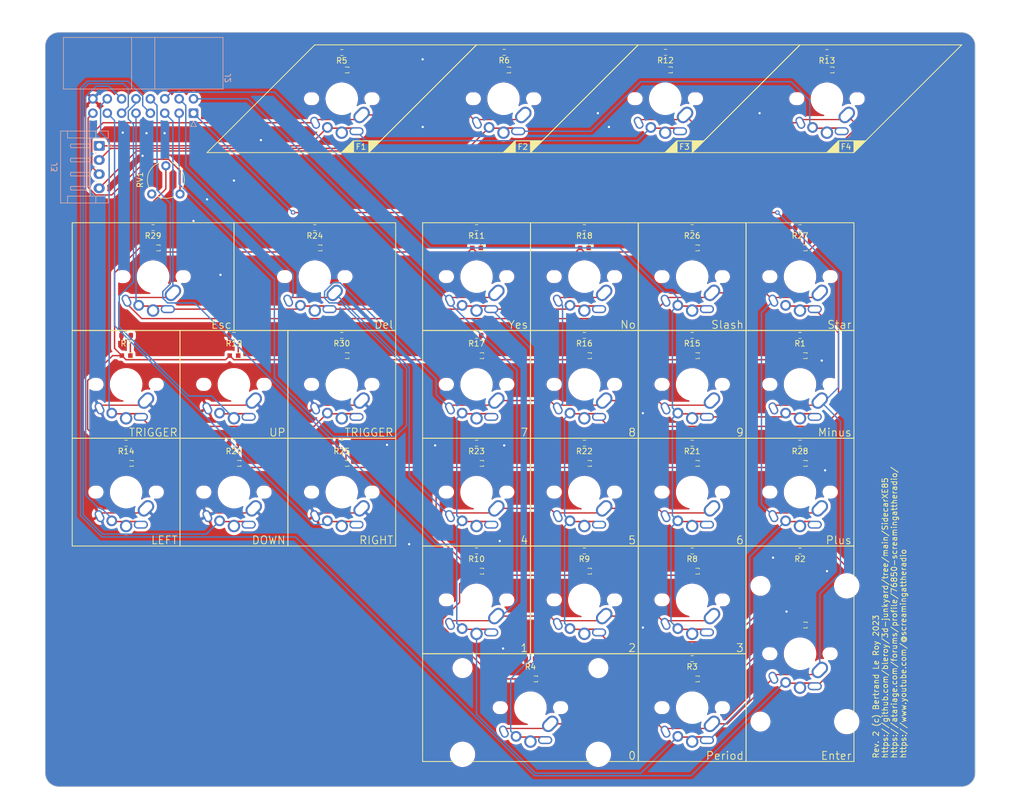
<source format=kicad_pcb>
(kicad_pcb (version 20221018) (generator pcbnew)
  (title_block (title "Sidecar XE85 Keyboard") (date "2023-04-23") (rev "Rev. 2") (company "Decent Consulting"))
  (layers (0 "F.Cu" signal) (31 "B.Cu" signal) (34 "B.Paste" user) (35 "F.Paste" user) (36 "B.SilkS" user "B.Silkscreen") (37 "F.SilkS" user "F.Silkscreen") (38 "B.Mask" user) (39 "F.Mask" user) (44 "Edge.Cuts" user))
  (net 0 "")
  (net 1 "COL1")
  (net 2 "COL2")
  (net 3 "COL3")
  (net 4 "COL4")
  (net 5 "COL5")
  (net 6 "ROW1")
  (net 7 "ROW2")
  (net 8 "ROW3")
  (net 9 "ROW4")
  (net 10 "UP")
  (net 11 "DOWN")
  (net 12 "LEFT")
  (net 13 "RIGHT")
  (net 14 "TRIGGER")
  (net 15 "5V")
  (net 16 "GND")
  (net 17 "F_ROW1")
  (net 18 "F_ROW2")
  (net 19 "F_COL1")
  (net 20 "F_COL2")
  (net 21 "Net-(SW1-K)")
  (net 22 "Net-(SW2-K)")
  (net 23 "Net-(SW3-K)")
  (net 24 "Net-(SW4-K)")
  (net 25 "Net-(SW6-K)")
  (net 26 "Net-(SW7-K)")
  (net 27 "Net-(SW8-K)")
  (net 28 "Net-(SW9-K)")
  (net 29 "Net-(SW10-K)")
  (net 30 "Net-(SW11-K)")
  (net 31 "Net-(SW13-K)")
  (net 32 "Net-(SW14-K)")
  (net 33 "Net-(SW15-K)")
  (net 34 "Net-(SW16-K)")
  (net 35 "Net-(SW17-K)")
  (net 36 "Net-(SW18-K)")
  (net 37 "Net-(SW19-K)")
  (net 38 "Net-(SW20-K)")
  (net 39 "Net-(SW21-K)")
  (net 40 "Net-(SW22-K)")
  (net 41 "Net-(SW23-K)")
  (net 42 "Net-(SW24-K)")
  (net 43 "Net-(SW25-K)")
  (net 44 "Net-(SW26-K)")
  (net 45 "Net-(SW27-K)")
  (net 46 "Net-(SW28-K)")
  (net 47 "Net-(SW29-K)")
  (net 48 "VA")
  (net 50 "Net-(SW5-K)")
  (net 51 "Net-(SW30-K)")
  (net 52 "Net-(SW12-K)")
  (footprint "Resistor_SMD:R_0603_1608Metric" (layer "F.Cu") (at 104.9 32.1 180)
    (fp_text reference "R6")
    (fp_text value "100")
  )
  (footprint "Library:MX-1-00U-LED" (layer "F.Cu") (at 138.1125 123.825)
    (fp_text reference "SW8")
    (fp_text value "3")
  )
  (footprint "Resistor_SMD:R_0603_1608Metric" (layer "F.Cu") (at 157.1625 101.203125 180)
    (fp_text reference "R28")
    (fp_text value "100")
  )
  (footprint "Resistor_SMD:R_0603_1608Metric" (layer "F.Cu") (at 100.0125 63.103125 180)
    (fp_text reference "R11")
    (fp_text value "100")
  )
  (footprint "Resistor_SMD:R_0603_1608Metric" (layer "F.Cu") (at 71.4375 63.103125 180)
    (fp_text reference "R24")
    (fp_text value "100")
  )
  (footprint "Library:ScreamingAtTheRadio" (layer "F.Cu") (at 41 150)
    (fp_text reference "G***" hide)
    (fp_text value "LOGO" hide)
  )
  (footprint "Library:MX-1-50U-Atari-Fn-LED" (layer "F.Cu") (at 76.2 35.225)
    (fp_text reference "SW5")
    (fp_text value "F1")
  )
  (footprint "Resistor_SMD:R_0603_1608Metric" (layer "F.Cu") (at 119.0625 82.153125 180)
    (fp_text reference "R16")
    (fp_text value "100")
  )
  (footprint "Library:MX-1-00U-LED" (layer "F.Cu") (at 100.0125 104.775)
    (fp_text reference "SW23")
    (fp_text value "4")
  )
  (footprint "Library:MX-2-00U-LED" (layer "F.Cu") (at 109.5375 142.875)
    (fp_text reference "SW4")
    (fp_text value "0")
  )
  (footprint "Library:MX-1-00U-LED" (layer "F.Cu") (at 100.0125 66.675)
    (fp_text reference "SW11")
    (fp_text value "Yes")
  )
  (footprint "Resistor_SMD:R_0603_1608Metric" (layer "F.Cu") (at 100.0125 82.153125 180)
    (fp_text reference "R17")
    (fp_text value "100")
  )
  (footprint "Resistor_SMD:R_0603_1608Metric" (layer "F.Cu") (at 38.1 101.203125 180)
    (fp_text reference "R14")
    (fp_text value "100")
  )
  (footprint "Library:MX-1-00U-LED" (layer "F.Cu") (at 157.1625 66.675)
    (fp_text reference "SW27")
    (fp_text value "Star")
  )
  (footprint "Resistor_SMD:R_0603_1608Metric" (layer "F.Cu") (at 57.15 101.203125 180)
    (fp_text reference "R20")
    (fp_text value "100")
  )
  (footprint "Resistor_SMD:R_0603_1608Metric" (layer "F.Cu") (at 57.15 82.153125 180)
    (fp_text reference "R19")
    (fp_text value "100")
  )
  (footprint "Resistor_SMD:R_0603_1608Metric" (layer "F.Cu") (at 157.1625 82.153125 180)
    (fp_text reference "R1")
    (fp_text value "100")
  )
  (footprint "Library:MX-1-00U-LED" (layer "F.Cu") (at 119.0625 66.675)
    (fp_text reference "SW18")
    (fp_text value "No")
  )
  (footprint "Library:MX-1-00U-LED" (layer "F.Cu") (at 76.2 85.725)
    (fp_text reference "SW30")
    (fp_text value "TRIGGER")
  )
  (footprint "Library:MX-1-50U-Atari-Fn-LED" (layer "F.Cu") (at 133.35 35.225)
    (fp_text reference "SW6")
    (fp_text value "F3")
  )
  (footprint "Library:MX-1-00U-LED" (layer "F.Cu") (at 119.0625 123.825)
    (fp_text reference "SW9")
    (fp_text value "2")
  )
  (footprint "Library:MX-1-00U-LED" (layer "F.Cu") (at 119.0625 85.725)
    (fp_text reference "SW16")
    (fp_text value "8")
  )
  (footprint "Resistor_SMD:R_0603_1608Metric" (layer "F.Cu") (at 42.8625 63.103125 180)
    (fp_text reference "R29")
    (fp_text value "100")
  )
  (footprint "Library:MX-2-00U-VERT-LED" (layer "F.Cu") (at 157.1625 133.35)
    (fp_text reference "SW2")
    (fp_text value "Enter")
  )
  (footprint "Resistor_SMD:R_0603_1608Metric" (layer "F.Cu") (at 76.2 101.203125 180)
    (fp_text reference "R25")
    (fp_text value "100")
  )
  (footprint "Resistor_SMD:R_0603_1608Metric" (layer "F.Cu") (at 138.1125 101.203125 180)
    (fp_text reference "R21")
    (fp_text value "100")
  )
  (footprint "Symbol:KiCad-Logo2_6mm_Copper" (layer "F.Cu") (at 65 152.1)
    (fp_text reference "REF**" hide)
    (fp_text value "KiCad-Logo2_6mm_Copper" hide)
  )
  (footprint "Resistor_SMD:R_0603_1608Metric" (layer "F.Cu") (at 38.1 82.153125 180)
    (fp_text reference "R7")
    (fp_text value "100")
  )
  (footprint "Resistor_SMD:R_0603_1608Metric" (layer "F.Cu") (at 133.4 32.1 180)
    (fp_text reference "R12")
    (fp_text value "100")
  )
  (footprint "Resistor_SMD:R_0603_1608Metric" (layer "F.Cu") (at 161.925 32.146875 180)
    (fp_text reference "R13")
    (fp_text value "100")
  )
  (footprint "Library:MX-1-00U-LED" (layer "F.Cu") (at 138.1125 85.725)
    (fp_text reference "SW15")
    (fp_text value "9")
  )
  (footprint "Resistor_SMD:R_0603_1608Metric" (layer "F.Cu") (at 100.0125 120.253125 180)
    (fp_text reference "R10")
    (fp_text value "100")
  )
  (footprint "Library:MX-1-00U-LED" (layer "F.Cu") (at 138.1125 142.875)
    (fp_text reference "SW3")
    (fp_text value "Period")
  )
  (footprint "Library:MX-1-50U-Atari-Fn-LED" (layer "F.Cu") (at 161.925 35.225)
    (fp_text reference "SW13")
    (fp_text value "F4")
  )
  (footprint "Library:MX-1-50U-LED" (layer "F.Cu") (at 42.8625 66.675)
    (fp_text reference "SW29")
    (fp_text value "Esc")
  )
  (footprint "Library:MX-1-50U-LED" (layer "F.Cu") (at 71.4375 66.675)
    (fp_text reference "SW24")
    (fp_text value "Del")
  )
  (footprint "Resistor_SMD:R_0603_1608Metric" (layer "F.Cu") (at 100.0125 101.203125 180)
    (fp_text reference "R23")
    (fp_text value "100")
  )
  (footprint "Resistor_SMD:R_0603_1608Metric" (layer "F.Cu") (at 157.1625 63.103125 180)
    (fp_text reference "R27")
    (fp_text value "100")
  )
  (footprint "Resistor_SMD:R_0603_1608Metric" (layer "F.Cu") (at 138.1125 120.253125 180)
    (fp_text reference "R8")
    (fp_text value "100")
  )
  (footprint "Resistor_SMD:R_0603_1608Metric" (layer "F.Cu") (at 119.0625 101.203125 180)
    (fp_text reference "R22")
    (fp_text value "100")
  )
  (footprint "Resistor_SMD:R_0603_1608Metric" (layer "F.Cu") (at 76.2 32.146875 180)
    (fp_text reference "R5")
    (fp_text value "100")
  )
  (footprint "Library:MX-1-00U-LED" (layer "F.Cu") (at 138.1125 66.675)
    (fp_text reference "SW26")
    (fp_text value "Slash")
  )
  (footprint "Resistor_SMD:R_0603_1608Metric" (layer "F.Cu") (at 138.1125 139.303125 180)
    (fp_text reference "R3")
    (fp_text value "100")
  )
  (footprint "Library:MX-1-00U-LED" (layer "F.Cu") (at 57.15 104.775)
    (fp_text reference "SW20")
    (fp_text value "DOWN")
  )
  (footprint "Resistor_SMD:R_0603_1608Metric" (layer "F.Cu") (at 76.2 82.153125 180)
    (fp_text reference "R30")
    (fp_text value "100")
  )
  (footprint "Resistor_SMD:R_0603_1608Metric" (layer "F.Cu") (at 138.1125 63.103125 180)
    (fp_text reference "R26")
    (fp_text value "100")
  )
  (footprint "Library:MX-1-00U-LED" (layer "F.Cu") (at 100.0125 85.725)
    (fp_text reference "SW17")
    (fp_text value "7")
  )
  (footprint "Library:MX-1-00U-LED" (layer "F.Cu") (at 138.1125 104.775)
    (fp_text reference "SW21")
    (fp_text value "6")
  )
  (footprint "Resistor_SMD:R_0603_1608Metric" (layer "F.Cu") (at 119.0625 63.103125 180)
    (fp_text reference "R18")
    (fp_text value "100")
  )
  (footprint "Library:MX-1-00U-LED" (layer "F.Cu") (at 38.1 85.725)
    (fp_text reference "SW7")
    (fp_text value "TRIGGER")
  )
  (footprint "Library:MX-1-00U-LED" (layer "F.Cu") (at 119.0625 104.775)
    (fp_text reference "SW22")
    (fp_text value "5")
  )
  (footprint "Library:MX-1-00U-LED" (layer "F.Cu") (at 76.2 104.775)
    (fp_text reference "SW25")
    (fp_text value "RIGHT")
  )
  (footprint "Library:MX-1-50U-Atari-Fn-LED" (layer "F.Cu") (at 104.775 35.225)
    (fp_text reference "SW12")
    (fp_text value "F2")
  )
  (footprint "Library:MX-1-00U-LED" (layer "F.Cu") (at 57.15 85.725)
    (fp_text reference "SW19")
    (fp_text value "UP")
  )
  (footprint "Library:MX-1-00U-LED" (layer "F.Cu") (at 157.1625 85.725)
    (fp_text reference "SW1")
    (fp_text value "Minus")
  )
  (footprint "Resistor_SMD:R_0603_1608Metric" (layer "F.Cu") (at 157.1625 120.253125 180)
    (fp_text reference "R2")
    (fp_text value "100")
  )
  (footprint "Potentiometer_THT:Potentiometer_Piher_PT-6-V_Vertical" (layer "F.Cu") (at 47.625 57.15 90)
    (fp_text reference "RV1")
    (fp_text value "2k")
  )
  (footprint "Library:MX-1-00U-LED" (layer "F.Cu") (at 157.1625 104.775)
    (fp_text reference "SW28")
    (fp_text value "Plus")
  )
  (footprint "Symbol:OSHW-Logo2_9.8x8mm_Copper" (layer "F.Cu") (at 82 153)
    (fp_text reference "REF**" hide)
    (fp_text value "OSHW-Logo2_9.8x8mm_Copper" hide)
  )
  (footprint "LOGO" (layer "F.Cu") (at 135.15 54.5875)
    (fp_text reference "G***" hide)
    (fp_text value "LOGO" hide)
  )
  (footprint "Library:MX-1-00U-LED" (layer "F.Cu") (at 100.0125 123.825)
    (fp_text reference "SW10")
    (fp_text value "1")
  )
  (footprint "Resistor_SMD:R_0603_1608Metric" (layer "F.Cu") (at 109.5375 139.303125 180)
    (fp_text reference "R4")
    (fp_text value "100")
  )
  (footprint "Resistor_SMD:R_0603_1608Metric" (layer "F.Cu") (at 138.1125 82.153125 180)
    (fp_text reference "R15")
    (fp_text value "100")
  )
  (footprint "Resistor_SMD:R_0603_1608Metric" (layer "F.Cu") (at 119.0625 120.253125 180)
    (fp_text reference "R9")
    (fp_text value "100")
  )
  (footprint "Library:MX-1-00U-LED" (layer "F.Cu") (at 38.1 104.775)
    (fp_text reference "SW14")
    (fp_text value "LEFT")
  )
  (footprint "Connector_IDC:IDC-Header_2x08_P2.54mm_Horizontal" (layer "B.Cu") (at 50.00625 42.8625 90)
    (fp_text reference "J2")
    (fp_text value "Conn_02x08_Odd_Even")
  )
  (footprint "Connector_JST:JST_EH_S4B-EH_1x04_P2.50mm_Horizontal" (layer "B.Cu") (at 33.3375 48.6375 -90)
    (fp_text reference "J3")
    (fp_text value "Conn_01x04")
  )
  (gr_line (start 185.7375 161.925) (end 26.19375 161.925) (stroke (width 0.1)) (layer "Edge.Cuts"))
  (gr_line (start 185.7375 28.575) (end 26.19375 28.575) (stroke (width 0.1)) (layer "Edge.Cuts"))
  (gr_line (start 188.11875 30.95625) (end 188.11875 159.54375) (stroke (width 0.1)) (layer "Edge.Cuts"))
  (gr_arc (start 26.19375 161.925) (mid 24.509952 161.227548) (end 23.8125 159.54375) (stroke (width 0.1)) (layer "Edge.Cuts"))
  (gr_arc (start 185.7375 28.575) (mid 187.421298 29.272452) (end 188.11875 30.95625) (stroke (width 0.1)) (layer "Edge.Cuts"))
  (gr_line (start 23.8125 159.54375) (end 23.8125 30.95625) (stroke (width 0.1)) (layer "Edge.Cuts"))
  (gr_arc (start 23.8125 30.95625) (mid 24.509952 29.272452) (end 26.19375 28.575) (stroke (width 0.1)) (layer "Edge.Cuts"))
  (gr_arc (start 188.11875 159.54375) (mid 187.421298 161.227548) (end 185.7375 161.925) (stroke (width 0.1)) (layer "Edge.Cuts"))
  (gr_text "Rev. 2 (c) Bertrand Le Roy 2023\nhttps://github.com/bleroy/3d-junkyard/tree/main/SidecarXE85\nhttps://atariage.com/forums/profile/76850-screamingattheradio/\nhttps://www.youtube.com/@screamingattheradio" (at 173 157 90) (layer "F.SilkS") (effects (font (size 1 1)) (justify left)))
  (segment (start 67.629689 60.429689) (end 67.6 60.4) (width 0.25) (layer "F.Cu") (net 1))
  (segment (start 141.6125 150.825) (end 144.3175 150.825) (width 0.25) (layer "F.Cu") (net 1))
  (segment (start 144.3175 150.825) (end 152.4625 142.68) (width 0.25) (layer "F.Cu") (net 1))
  (segment (start 153.170311 60.429689) (end 67.629689 60.429689) (width 0.25) (layer "F.Cu") (net 1))
  (segment (start 132.0325 150.825) (end 133.4125 152.205) (width 0.25) (layer "F.Cu") (net 1))
  (segment (start 113.0375 150.825) (end 132.0325 150.825) (width 0.25) (layer "F.Cu") (net 1))
  (via (at 153.170311 60.429689) (size 0.8) (drill 0.4) (layers "F.Cu" "B.Cu") (net 1))
  (via (at 67.6 60.4) (size 0.8) (drill 0.4) (layers "F.Cu" "B.Cu") (net 1))
  (segment (start 153.170311 60.429689) (end 163.9675 71.226878) (width 0.25) (layer "B.Cu") (net 1))
  (segment (start 164.30625 124.191119) (end 164.30625 97.31875) (width 0.25) (layer "B.Cu") (net 1))
  (segment (start 164.30625 97.31875) (end 160.6625 93.675) (width 0.25) (layer "B.Cu") (net 1))
  (segment (start 160.6625 141.3) (end 160.6625 127.834869) (width 0.25) (layer "B.Cu") (net 1))
  (segment (start 163.9675 71.226878) (end 163.9675 91.333122) (width 0.25) (layer "B.Cu") (net 1))
  (segment (start 67.54375 60.4) (end 67.6 60.4) (width 0.25) (layer "B.Cu") (net 1))
  (segment (start 160.6625 127.834869) (end 164.30625 124.191119) (width 0.25) (layer "B.Cu") (net 1))
  (segment (start 163.9675 91.333122) (end 161.625622 93.675) (width 0.25) (layer "B.Cu") (net 1))
  (segment (start 50.00625 42.8625) (end 67.54375 60.4) (width 0.25) (layer "B.Cu") (net 1))
  (segment (start 103.5125 131.775) (end 112.9825 131.775) (width 0.25) (layer "F.Cu") (net 2))
  (segment (start 112.9825 131.775) (end 114.3625 133.155) (width 0.25) (layer "F.Cu") (net 2))
  (segment (start 122.5625 131.775) (end 132.0325 131.775) (width 0.25) (layer "F.Cu") (net 2))
  (segment (start 132.0325 131.775) (end 133.4125 133.155) (width 0.25) (layer "F.Cu") (net 2))
  (segment (start 59.63 40.3225) (end 95.3125 76.005) (width 0.25) (layer "B.Cu") (net 2))
  (segment (start 50.00625 40.3225) (end 59.63 40.3225) (width 0.25) (layer "B.Cu") (net 2))
  (segment (start 107.15625 129.127697) (end 107.15625 88.321873) (width 0.25) (layer "B.Cu") (net 2))
  (segment (start 107.15625 88.321873) (end 95.3125 76.478123) (width 0.25) (layer "B.Cu") (net 2))
  (segment (start 104.508947 131.775) (end 107.15625 129.127697) (width 0.25) (layer "B.Cu") (net 2))
  (segment (start 103.5125 93.675) (end 112.9825 93.675) (width 0.25) (layer "F.Cu") (net 3))
  (segment (start 112.9825 93.675) (end 114.3625 95.055) (width 0.25) (layer "F.Cu") (net 3))
  (segment (start 122.5625 93.675) (end 132.0325 93.675) (width 0.25) (layer "F.Cu") (net 3))
  (segment (start 132.0325 93.675) (end 133.4125 95.055) (width 0.25) (layer "F.Cu") (net 3))
  (segment (start 73.158947 75.568807) (end 73.158947 74.388299) (width 0.25) (layer "B.Cu") (net 3))
  (segment (start 47.46625 55.386117) (end 64.29375 72.213617) (width 0.25) (layer "B.Cu") (net 3))
  (segment (start 64.29375 72.213617) (end 64.29375 89.609735) (width 0.25) (layer "B.Cu") (net 3))
  (segment (start 73.993693 76.403553) (end 73.158947 75.568807) (width 0.25) (layer "B.Cu") (net 3))
  (segment (start 74.700799 72.846447) (end 75.881307 72.846447) (width 0.25) (layer "B.Cu") (net 3))
  (segment (start 47.46625 42.8625) (end 47.46625 55.386117) (width 0.25) (layer "B.Cu") (net 3))
  (segment (start 87.65625 98.08125) (end 87.65625 87.980146) (width 0.25) (layer "B.Cu") (net 3))
  (segment (start 114.3625 76.005) (end 115.2075 76.85) (width 0.25) (layer "B.Cu") (net 3))
  (segment (start 92.86875 89.83389) (end 92.86875 92.61125) (width 0.25) (layer "B.Cu") (net 3))
  (segment (start 115.2075 94.21) (end 114.3625 95.055) (width 0.25) (layer "B.Cu") (net 3))
  (segment (start 115.2075 76.85) (end 115.2075 94.21) (width 0.25) (layer "B.Cu") (net 3))
  (segment (start 87.65625 87.980146) (end 76.079657 76.403553) (width 0.25) (layer "B.Cu") (net 3))
  (segment (start 75.881307 72.846447) (end 92.86875 89.83389) (width 0.25) (layer "B.Cu") (net 3))
  (segment (start 73.158947 74.388299) (end 74.700799 72.846447) (width 0.25) (layer "B.Cu") (net 3))
  (segment (start 76.079657 76.403553) (end 73.993693 76.403553) (width 0.25) (layer "B.Cu") (net 3))
  (segment (start 85.725 100.0125) (end 87.65625 98.08125) (width 0.25) (layer "B.Cu") (net 3))
  (segment (start 74.696515 100.0125) (end 85.725 100.0125) (width 0.25) (layer "B.Cu") (net 3))
  (segment (start 92.86875 92.61125) (end 95.3125 95.055) (width 0.25) (layer "B.Cu") (net 3))
  (segment (start 64.29375 89.609735) (end 74.696515 100.0125) (width 0.25) (layer "B.Cu") (net 3))
  (segment (start 132.0325 112.725) (end 133.4125 114.105) (width 0.25) (layer "F.Cu") (net 4))
  (segment (start 112.9825 112.725) (end 114.3625 114.105) (width 0.25) (layer "F.Cu") (net 4))
  (segment (start 103.5125 112.725) (end 112.9825 112.725) (width 0.25) (layer "F.Cu") (net 4))
  (segment (start 122.5625 112.725) (end 132.0325 112.725) (width 0.25) (layer "F.Cu") (net 4))
  (segment (start 67.5825 75.16) (end 67.5825 71.226878) (width 0.25) (layer "B.Cu") (net 4))
  (segment (start 67.5825 71.226878) (end 48.64125 52.285628) (width 0.25) (layer "B.Cu") (net 4))
  (segment (start 48.64125 41.4975) (end 47.46625 40.3225) (width 0.25) (layer "B.Cu") (net 4))
  (segment (start 88.10625 87.79375) (end 88.10625 106.89875) (width 0.25) (layer "B.Cu") (net 4))
  (segment (start 74.9375 74.625) (end 88.10625 87.79375) (width 0.25) (layer "B.Cu") (net 4))
  (segment (start 48.64125 52.285628) (end 48.64125 41.4975) (width 0.25) (layer "B.Cu") (net 4))
  (segment (start 66.7375 76.005) (end 67.5825 75.16) (width 0.25) (layer "B.Cu") (net 4))
  (segment (start 88.10625 106.89875) (end 95.3125 114.105) (width 0.25) (layer "B.Cu") (net 4))
  (segment (start 141.6125 74.625) (end 151.0825 74.625) (width 0.25) (layer "F.Cu") (net 5))
  (segment (start 40.864377 79.18) (end 38.1625 76.478123) (width 0.25) (layer "F.Cu") (net 5))
  (segment (start 130.2375 79.18) (end 40.864377 79.18) (width 0.25) (layer "F.Cu") (net 5))
  (segment (start 133.4125 76.005) (end 130.2375 79.18) (width 0.25) (layer "F.Cu") (net 5))
  (segment (start 151.0825 74.625) (end 152.4625 76.005) (width 0.25) (layer "F.Cu") (net 5))
  (segment (start 152.4625 114.105) (end 150.3575 112) (width 0.25) (layer "B.Cu") (net 5))
  (segment (start 150.3575 78.11) (end 152.4625 76.005) (width 0.25) (layer "B.Cu") (net 5))
  (segment (start 150.3575 112) (end 150.3575 78.11) (width 0.25) (layer "B.Cu") (net 5))
  (segment (start 46.3625 44.29875) (end 44.92625 42.8625) (width 0.25) (layer "B.Cu") (net 5))
  (segment (start 46.3625 74.625) (end 46.3625 44.29875) (width 0.25) (layer "B.Cu") (net 5))
  (segment (start 153.9525 96.555) (end 154.6225 95.885) (width 0.25) (layer "F.Cu") (net 6))
  (segment (start 140.7125 96.555) (end 153.9525 96.555) (width 0.25) (layer "F.Cu") (net 6))
  (segment (start 134.622501 113.985001) (end 134.622501 96.834999) (width 0.25) (layer "B.Cu") (net 6))
  (segment (start 135.5725 133.985) (end 134.369556 132.782056) (width 0.25) (layer "B.Cu") (net 6))
  (segment (start 134.622501 96.834999) (end 135.5725 95.885) (width 0.25) (layer "B.Cu") (net 6))
  (segment (start 64.331515 39.1475) (end 91.859015 66.675) (width 0.25) (layer "B.Cu") (net 6))
  (segment (start 135.5725 95.885) (end 134.622501 94.935001) (width 0.25) (layer "B.Cu") (net 6))
  (segment (start 134.622501 77.784999) (end 135.5725 76.835) (width 0.25) (layer "B.Cu") (net 6))
  (segment (start 91.859015 66.675) (end 125.335979 66.675) (width 0.25) (layer "B.Cu") (net 6))
  (segment (start 134.369556 132.782056) (end 134.369556 116.137944) (width 0.25) (layer "B.Cu") (net 6))
  (segment (start 125.335979 66.675) (end 133.19506 74.534081) (width 0.25) (layer "B.Cu") (net 6))
  (segment (start 135.5725 75.491498) (end 135.5725 76.835) (width 0.25) (layer "B.Cu") (net 6))
  (segment (start 46.10125 39.1475) (end 64.331515 39.1475) (width 0.25) (layer "B.Cu") (net 6))
  (segment (start 134.369556 116.137944) (end 135.5725 114.935) (width 0.25) (layer "B.Cu") (net 6))
  (segment (start 134.615083 74.534081) (end 135.5725 75.491498) (width 0.25) (layer "B.Cu") (net 6))
  (segment (start 133.19506 74.534081) (end 134.615083 74.534081) (width 0.25) (layer "B.Cu") (net 6))
  (segment (start 135.5725 114.935) (end 134.622501 113.985001) (width 0.25) (layer "B.Cu") (net 6))
  (segment (start 44.92625 40.3225) (end 46.10125 39.1475) (width 0.25) (layer "B.Cu") (net 6))
  (segment (start 134.622501 94.935001) (end 134.622501 77.784999) (width 0.25) (layer "B.Cu") (net 6))
  (segment (start 157.960663 119.0625) (end 161.400131 119.0625) (width 0.25) (layer "F.Cu") (net 7))
  (segment (start 163.9675 95.58875) (end 163.9675 81.71) (width 0.25) (layer "F.Cu") (net 7))
  (segment (start 163.9675 81.71) (end 159.7625 77.505) (width 0.25) (layer "F.Cu") (net 7))
  (segment (start 169.06875 126.731119) (end 169.06875 135.27375) (width 0.25) (layer "F.Cu") (net 7))
  (segment (start 157.2625 123.725) (end 157.2625 119.760663) (width 0.25) (layer "F.Cu") (net 7))
  (segment (start 144.6575 136.33) (end 157.2625 123.725) (width 0.25) (layer "F.Cu") (net 7))
  (segment (start 169.06875 135.27375) (end 160.1625 144.18) (width 0.25) (layer "F.Cu") (net 7))
  (segment (start 123.3375 98.23) (end 161.32625 98.23) (width 0.25) (layer "F.Cu") (net 7))
  (segment (start 161.400131 119.0625) (end 169.06875 126.731119) (width 0.25) (layer "F.Cu") (net 7))
  (segment (start 123.3375 136.33) (end 144.6575 136.33) (width 0.25) (layer "F.Cu") (net 7))
  (segment (start 121.6625 134.655) (end 123.3375 136.33) (width 0.25) (layer "F.Cu") (net 7))
  (segment (start 157.2625 119.760663) (end 157.960663 119.0625) (width 0.25) (layer "F.Cu") (net 7))
  (segment (start 161.32625 98.23) (end 163.9675 95.58875) (width 0.25) (layer "F.Cu") (net 7))
  (segment (start 121.6625 96.555) (end 123.3375 98.23) (width 0.25) (layer "F.Cu") (net 7))
  (segment (start 38.385451 37.2) (end 41.02125 39.835799) (width 0.25) (layer "B.Cu") (net 7))
  (segment (start 68.025191 117.790073) (end 33.809927 117.790073) (width 0.25) (layer "B.Cu") (net 7))
  (segment (start 31.219854 37.2) (end 38.385451 37.2) (width 0.25) (layer "B.Cu") (net 7))
  (segment (start 115.572501 96.834999) (end 116.5225 95.885) (width 0.25) (layer "B.Cu") (net 7))
  (segment (start 33.809927 117.790073) (end 30.05625 114.036396) (width 0.25) (layer "B.Cu") (net 7))
  (segment (start 154.411908 143.51) (end 137.928158 159.99375) (width 0.25) (layer "B.Cu") (net 7))
  (segment (start 115.572501 115.884999) (end 115.572501 133.035001) (width 0.25) (layer "B.Cu") (net 7))
  (segment (start 41.02125 39.835799) (end 41.02125 41.4975) (width 0.25) (layer "B.Cu") (net 7))
  (segment (start 115.572501 113.985001) (end 115.572501 96.834999) (width 0.25) (layer "B.Cu") (net 7))
  (segment (start 30.05625 38.363604) (end 31.219854 37.2) (width 0.25) (layer "B.Cu") (net 7))
  (segment (start 116.5225 114.935) (end 115.572501 115.884999) (width 0.25) (layer "B.Cu") (net 7))
  (segment (start 116.5225 114.935) (end 115.572501 113.985001) (width 0.25) (layer "B.Cu") (net 7))
  (segment (start 110.228869 159.99375) (end 68.025191 117.790073) (width 0.25) (layer "B.Cu") (net 7))
  (segment (start 41.02125 41.4975) (end 42.38625 42.8625) (width 0.25) (layer "B.Cu") (net 7))
  (segment (start 30.05625 114.036396) (end 30.05625 38.363604) (width 0.25) (layer "B.Cu") (net 7))
  (segment (start 137.928158 159.99375) (end 110.228869 159.99375) (width 0.25) (layer "B.Cu") (net 7))
  (segment (start 115.572501 133.035001) (end 116.5225 133.985) (width 0.25) (layer "B.Cu") (net 7))
  (segment (start 45.418693 76.403553) (end 50.209803 76.403553) (width 0.25) (layer "B.Cu") (net 8))
  (segment (start 96.522501 96.834999) (end 97.4725 95.885) (width 0.25) (layer "B.Cu") (net 8))
  (segment (start 100.0125 134.905) (end 100.0125 149.140985) (width 0.25) (layer "B.Cu") (net 8))
  (segment (start 45.9125 58.802501) (end 45.9125 73.059746) (width 0.25) (layer "B.Cu") (net 8))
  (segment (start 43.56125 56.451251) (end 45.9125 58.802501) (width 0.25) (layer "B.Cu") (net 8))
  (segment (start 44.583947 75.568807) (end 45.418693 76.403553) (width 0.25) (layer "B.Cu") (net 8))
  (segment (start 97.4725 133.985) (end 96.522501 133.035001) (width 0.25) (layer "B.Cu") (net 8))
  (segment (start 110.415265 159.54375) (end 129.06375 159.54375) (width 0.25) (layer "B.Cu") (net 8))
  (segment (start 96.522501 119.0625) (end 96.522501 115.884999) (width 0.25) (layer "B.Cu") (net 8))
  (segment (start 96.522501 133.035001) (end 96.522501 119.0625) (width 0.25) (layer "B.Cu") (net 8))
  (segment (start 96.522501 115.884999) (end 97.4725 114.935) (width 0.25) (layer "B.Cu") (net 8))
  (segment (start 44.583947 74.388299) (end 44.583947 75.568807) (width 0.25) (layer "B.Cu") (net 8))
  (segment (start 43.56125 41.4975) (end 43.56125 56.451251) (width 0.25) (layer "B.Cu") (net 8))
  (segment (start 42.38625 40.3225) (end 43.56125 41.4975) (width 0.25) (layer "B.Cu") (net 8))
  (segment (start 97.4725 114.935) (end 96.522501 113.985001) (width 0.25) (layer "B.Cu") (net 8))
  (segment (start 148.2785 121.279) (end 154.6225 114.935) (width 0.25) (layer "B.Cu") (net 8))
  (segment (start 148.2785 146.539) (end 148.2785 121.279) (width 0.25) (layer "B.Cu") (net 8))
  (segment (start 45.9125 73.059746) (end 44.583947 74.388299) (width 0.25) (layer "B.Cu") (net 8))
  (segment (start 141.1125 153.705) (end 148.2785 146.539) (width 0.25) (layer "B.Cu") (net 8))
  (segment (start 129.06375 159.54375) (end 135.5725 153.035) (width 0.25) (layer "B.Cu") (net 8))
  (segment (start 100.0125 149.140985) (end 110.415265 159.54375) (width 0.25) (layer "B.Cu") (net 8))
  (segment (start 92.86875 119.0625) (end 96.522501 119.0625) (width 0.25) (layer "B.Cu") (net 8))
  (segment (start 50.209803 76.403553) (end 92.86875 119.0625) (width 0.25) (layer "B.Cu") (net 8))
  (segment (start 96.522501 113.985001) (end 96.522501 96.834999) (width 0.25) (layer "B.Cu") (net 8))
  (segment (start 102.6125 77.505) (end 115.8525 77.505) (width 0.25) (layer "F.Cu") (net 9))
  (segment (start 68.2275 77.505) (end 68.8975 76.835) (width 0.25) (layer "F.Cu") (net 9))
  (segment (start 115.8525 77.505) (end 116.5225 76.835) (width 0.25) (layer "F.Cu") (net 9))
  (segment (start 45.4625 77.505) (end 68.2275 77.505) (width 0.25) (layer "F.Cu") (net 9))
  (segment (start 74.0375 77.505) (end 96.8025 77.505) (width 0.25) (layer "F.Cu") (net 9))
  (segment (start 96.8025 77.505) (end 97.4725 76.835) (width 0.25) (layer "F.Cu") (net 9))
  (segment (start 109.5375 139.385001) (end 106.047501 142.875) (width 0.25) (layer "B.Cu") (net 9))
  (segment (start 106.047501 152.085001) (end 106.047501 142.875) (width 0.25) (layer "B.Cu") (net 9))
  (segment (start 102.6125 77.505) (end 109.5375 84.43) (width 0.25) (layer "B.Cu") (net 9))
  (segment (start 106.9975 153.035) (end 106.047501 152.085001) (width 0.25) (layer "B.Cu") (net 9))
  (segment (start 39.84625 76.35875) (end 39.84625 42.8625) (width 0.25) (layer "B.Cu") (net 9))
  (segment (start 109.5375 84.43) (end 109.5375 139.385001) (width 0.25) (layer "B.Cu") (net 9))
  (segment (start 39.39625 44.815) (end 39.39625 72.672171) (width 0.25) (layer "B.Cu") (net 10))
  (segment (start 53.21375 92.86875) (end 57.15 96.805) (width 0.25) (layer "B.Cu") (net 10))
  (segment (start 36.885057 80.614646) (end 49.139161 92.86875) (width 0.25) (layer "B.Cu") (net 10))
  (segment (start 39.84625 41.11625) (end 38.48125 42.48125) (width 0.25) (layer "B.Cu") (net 10))
  (segment (start 36.885057 75.183364) (end 36.885057 80.614646) (width 0.25) (layer "B.Cu") (net 10))
  (segment (start 49.139161 92.86875) (end 53.21375 92.86875) (width 0.25) (layer "B.Cu") (net 10))
  (segment (start 38.48125 43.9) (end 39.39625 44.815) (width 0.25) (layer "B.Cu") (net 10))
  (segment (start 39.84625 40.3225) (end 39.84625 41.11625) (width 0.25) (layer "B.Cu") (net 10))
  (segment (start 38.48125 42.48125) (end 38.48125 43.9) (width 0.25) (layer "B.Cu") (net 10))
  (segment (start 39.39625 72.672171) (end 36.885057 75.183364) (width 0.25) (layer "B.Cu") (net 10))
  (segment (start 33.93625 117.28) (end 52.265 117.28) (width 0.25) (layer "B.Cu") (net 11))
  (segment (start 38.48125 38.48125) (end 37.65 37.65) (width 0.25) (layer "B.Cu") (net 11))
  (segment (start 37.30625 42.8625) (end 38.48125 41.6875) (width 0.25) (layer "B.Cu") (net 11))
  (segment (start 37.65 37.65) (end 31.40625 37.65) (width 0.25) (layer "B.Cu") (net 11))
  (segment (start 30.50625 38.55) (end 30.50625 113.85) (width 0.25) (layer "B.Cu") (net 11))
  (segment (start 31.40625 37.65) (end 30.50625 38.55) (width 0.25) (layer "B.Cu") (net 11))
  (segment (start 30.50625 113.85) (end 33.93625 117.28) (width 0.25) (layer "B.Cu") (net 11))
  (segment (start 38.48125 41.6875) (end 38.48125 38.48125) (width 0.25) (layer "B.Cu") (net 11))
  (segment (start 52.265 117.28) (end 54.61 114.935) (width 0.25) (layer "B.Cu") (net 11))
  (segment (start 30.95625 39.930799) (end 30.95625 110.407771) (width 0.25) (layer "B.Cu") (net 12))
  (segment (start 33.980489 112.924504) (end 35.56 114.504015) (width 0.25) (layer "B.Cu") (net 12))
  (segment (start 33.18256 112.634081) (end 33.980489 112.924504) (width 0.25) (layer "B.Cu") (net 12))
  (segment (start 32.787049 38.1) (end 30.95625 39.930799) (width 0.25) (layer "B.Cu") (net 12))
  (segment (start 37.30625 40.3225) (end 35.08375 38.1) (width 0.25) (layer "B.Cu") (net 12))
  (segment (start 30.95625 110.407771) (end 33.18256 112.634081) (width 0.25) (layer "B.Cu") (net 12))
  (segment (start 35.08375 38.1) (end 32.787049 38.1) (width 0.25) (layer "B.Cu") (net 12))
  (segment (start 36.0575 80.423485) (end 71.209934 115.575919) (width 0.25) (layer "B.Cu") (net 13))
  (segment (start 34.76625 42.8625) (end 36.0575 44.15375) (width 0.25) (layer "B.Cu") (net 13))
  (segment (start 36.0575 44.15375) (end 36.0575 80.423485) (width 0.25) (layer "B.Cu") (net 13))
  (segment (start 73.019081 115.575919) (end 73.66 114.935) (width 0.25) (layer "B.Cu") (net 13))
  (segment (start 71.209934 115.575919) (end 73.019081 115.575919) (width 0.25) (layer "B.Cu") (net 13))
  (segment (start 71.315 98.23) (end 73.66 95.885) (width 0.25) (layer "F.Cu") (net 14))
  (segment (start 40.7 96.555) (end 42.375 98.23) (width 0.25) (layer "F.Cu") (net 14))
  (segment (start 42.375 98.23) (end 71.315 98.23) (width 0.25) (layer "F.Cu") (net 14))
  (segment (start 34.76625 40.3225) (end 33.59125 41.4975) (width 0.25) (layer "B.Cu") (net 14))
  (segment (start 33.59125 41.4975) (end 33.59125 46.245577) (width 0.25) (layer "B.Cu") (net 14))
  (segment (start 33.59125 46.245577) (end 35.1 47.754327) (width 0.25) (layer "B.Cu") (net 14))
  (segment (start 35.1 47.754327) (end 35.1 95.425) (width 0.25) (layer "B.Cu") (net 14))
  (segment (start 35.55625 57.3125) (end 32.725799 57.3125) (width 0.25) (layer "F.Cu") (net 15))
  (segment (start 41.85375 51.015) (end 35.55625 57.3125) (width 0.25) (layer "F.Cu") (net 15))
  (segment (start 45.595133 51.015) (end 41.85375 51.015) (width 0.25) (layer "F.Cu") (net 15))
  (segment (start 32.725799 57.3125) (end 31.37625 55.962951) (width 0.25) (layer "F.Cu") (net 15))
  (segment (start 31.37625 43.7125) (end 32.22625 42.8625) (width 0.25) (layer "F.Cu") (net 15))
  (segment (start 47.625 53.044867) (end 45.595133 51.015) (width 0.25) (layer "F.Cu") (net 15))
  (segment (start 47.625 57.15) (end 47.625 53.044867) (width 0.25) (layer "F.Cu") (net 15))
  (segment (start 31.37625 55.962951) (end 31.37625 43.7125) (width 0.25) (layer "F.Cu") (net 15))
  (via (at 152.4 121.44375) (size 0.8) (drill 0.4) (layers "F.Cu" "B.Cu") (net 16))
  (via (at 41 50.4) (size 0.8) (drill 0.4) (layers "F.Cu" "B.Cu") (net 16))
  (via (at 37.5 46.3) (size 0.8) (drill 0.4) (layers "F.Cu" "B.Cu") (net 16))
  (via (at 154.78125 130.96875) (size 0.8) (drill 0.4) (layers "F.Cu" "B.Cu") (net 16))
  (via (at 90.4875 33.3375) (size 0.8) (drill 0.4) (layers "F.Cu" "B.Cu") (net 16))
  (via (at 161.925 123.825) (size 0.8) (drill 0.4) (layers "F.Cu" "B.Cu") (net 16))
  (via (at 90.5 45.3) (size 0.8) (drill 0.4) (layers "F.Cu" "B.Cu") (net 16))
  (via (at 129.4 95.9) (size 0.8) (drill 0.4) (layers "F.Cu" "B.Cu") (net 16))
  (via (at 52.4 58.1) (size 0.8) (drill 0.4) (layers "F.Cu" "B.Cu") (net 16))
  (via (at 129.4 133.8) (size 0.8) (drill 0.4) (layers "F.Cu" "B.Cu") (net 16))
  (via (at 57.15 54.76875) (size 0.8) (drill 0.4) (layers "F.Cu" "B.Cu") (net 16))
  (via (at 161 86.6) (size 0.8) (drill 0.4) (layers "F.Cu" "B.Cu") (net 16))
  (via (at 104.7 137.5) (size 0.8) (drill 0.4) (layers "F.Cu" "B.Cu") (net 16))
  (via (at 123.4 45.3) (size 0.8) (drill 0.4) (layers "F.Cu" "B.Cu") (net 16))
  (via (at 104.1 118.5) (size 0.8) (drill 0.4) (layers "F.Cu" "B.Cu") (net 16))
  (via (at 92.7 101.6) (size 0.8) (drill 0.4) (layers "F.Cu" "B.Cu") (net 16))
  (via (at 41.7 46.4) (size 0.8) (drill 0.4) (layers "F.Cu" "B.Cu") (net 16))
  (via (at 150.01875 42.8625) (size 0.8) (drill 0.4) (layers "F.Cu" "B.Cu") (net 16))
  (via (at 121.44375 42.8625) (size 0.8) (drill 0.4) (layers "F.Cu" "B.Cu") (net 16))
  (via (at 61.9125 47.625) (size 0.8) (drill 0.4) (layers "F.Cu" "B.Cu") (net 16))
  (via (at 88.10625 119.0625) (size 0.8) (drill 0.4) (layers "F.Cu" "B.Cu") (net 16))
  (via (at 44.9 46.4) (size 0.8) (drill 0.4) (layers "F.Cu" "B.Cu") (net 16))
  (via (at 104.9 101.6) (size 0.8) (drill 0.4) (layers "F.Cu" "B.Cu") (net 16))
  (via (at 84.2 101.5) (size 0.8) (drill 0.4) (layers "F.Cu" "B.Cu") (net 16))
  (via (at 54.76875 71.4375) (size 0.8) (drill 0.4) (layers "F.Cu" "B.Cu") (net 16))
  (via (at 50.00625 61.9125) (size 0.8) (drill 0.4) (layers "F.Cu" "B.Cu") (net 16))
  (via (at 161.6 106) (size 0.8) (drill 0.4) (layers "F.Cu" "B.Cu") (net 16))
  (segment (start 70.4075 48.6375) (end 73.66 45.385) (width 0.25) (layer "F.Cu") (net 17))
  (segment (start 33.3375 48.6375) (end 70.4075 48.6375) (width 0.25) (layer "F.Cu") (net 17))
  (segment (start 130.81 45.385) (end 128.465 47.73) (width 0.25) (layer "B.Cu") (net 17))
  (segment (start 128.465 47.73) (end 80.475 47.73) (width 0.25) (layer "B.Cu") (net 17))
  (segment (start 80.475 47.73) (end 78.8 46.055) (width 0.25) (layer "B.Cu") (net 17))
  (segment (start 98.5325 49.0875) (end 102.235 45.385) (width 0.25) (layer "F.Cu") (net 18))
  (segment (start 35.3875 49.0875) (end 98.5325 49.0875) (width 0.25) (layer "F.Cu") (net 18))
  (segment (start 33.3375 51.1375) (end 35.3875 49.0875) (width 0.25) (layer "F.Cu") (net 18))
  (segment (start 129.016878 37.305) (end 155.598122 37.305) (width 0.25) (layer "B.Cu") (net 18))
  (segment (start 120.266878 46.055) (end 129.016878 37.305) (width 0.25) (layer "B.Cu") (net 18))
  (segment (start 158.9 40.606878) (end 158.9 44.9) (width 0.25) (layer "B.Cu") (net 18))
  (segment (start 107.375 46.055) (end 120.266878 46.055) (width 0.25) (layer "B.Cu") (net 18))
  (segment (start 155.598122 37.305) (end 158.9 40.606878) (width 0.25) (layer "B.Cu") (net 18))
  (segment (start 98.695 43.175) (end 100.075 44.555) (width 0.25) (layer "F.Cu") (net 19))
  (segment (start 32.0375 46.54375) (end 32.0375 52.3375) (width 0.25) (layer "F.Cu") (net 19))
  (segment (start 34.02625 44.555) (end 32.0375 46.54375) (width 0.25) (layer "F.Cu") (net 19))
  (segment (start 71.5 44.555) (end 34.02625 44.555) (width 0.25) (layer "F.Cu") (net 19))
  (segment (start 32.0375 52.3375) (end 33.3375 53.6375) (width 0.25) (layer "F.Cu") (net 19))
  (segment (start 79.7 43.175) (end 98.695 43.175) (width 0.25) (layer "F.Cu") (net 19))
  (segment (start 39.9375 49.5375) (end 163.042069 49.5375) (width 0.25) (layer "F.Cu") (net 20))
  (segment (start 138.23 44.555) (end 157.225 44.555) (width 0.25) (layer "F.Cu") (net 20))
  (segment (start 166.6875 44.4375) (end 165.425 43.175) (width 0.25) (layer "F.Cu") (net 20))
  (segment (start 33.3375 56.1375) (end 39.9375 49.5375) (width 0.25) (layer "F.Cu") (net 20))
  (segment (start 136.85 43.175) (end 138.23 44.555) (width 0.25) (layer "F.Cu") (net 20))
  (segment (start 166.6875 45.892069) (end 166.6875 44.4375) (width 0.25) (layer "F.Cu") (net 20))
  (segment (start 163.042069 49.5375) (end 166.6875 45.892069) (width 0.25) (layer "F.Cu") (net 20))
  (segment (start 157.9125 82.228125) (end 157.9125 85.725) (width 0.25) (layer "F.Cu") (net 21))
  (segment (start 157.9125 120.328125) (end 157.9125 133.35) (width 0.25) (layer "F.Cu") (net 22))
  (segment (start 138.8625 139.378125) (end 138.8625 142.875) (width 0.25) (layer "F.Cu") (net 23))
  (segment (start 110.2875 139.378125) (end 110.2875 142.875) (width 0.25) (layer "F.Cu") (net 24))
  (segment (start 134.1 32.225) (end 134.1 35.225) (width 0.25) (layer "F.Cu") (net 25))
  (segment (start 38.85 82.228125) (end 38.85 85.725) (width 0.25) (layer "F.Cu") (net 26))
  (segment (start 138.8625 120.328125) (end 138.8625 123.825) (width 0.25) (layer "F.Cu") (net 27))
  (segment (start 119.8125 120.328125) (end 119.8125 123.825) (width 0.25) (layer "F.Cu") (net 28))
  (segment (start 100.7625 120.328125) (end 100.7625 123.825) (width 0.25) (layer "F.Cu") (net 29))
  (segment (start 100.7625 63.178125) (end 100.7625 66.675) (width 0.25) (layer "F.Cu") (net 30))
  (segment (start 162.675 32.221875) (end 162.675 35.225) (width 0.25) (layer "F.Cu") (net 31))
  (segment (start 38.85 101.278125) (end 38.85 104.775) (width 0.25) (layer "F.Cu") (net 32))
  (segment (start 138.8625 82.228125) (end 138.8625 85.725) (width 0.25) (layer "F.Cu") (net 33))
  (segment (start 119.8125 82.228125) (end 119.8125 85.725) (width 0.25) (layer "F.Cu") (net 34))
  (segment (start 100.7625 82.228125) (end 100.7625 85.725) (width 0.25) (layer "F.Cu") (net 35))
  (segment (start 119.8125 63.178125) (end 119.8125 66.675) (width 0.25) (layer "F.Cu") (net 36))
  (segment (start 57.9 82.228125) (end 57.9 85.725) (width 0.25) (layer "F.Cu") (net 37))
  (segment (start 57.9 101.278125) (end 57.9 104.775) (width 0.25) (layer "F.Cu") (net 38))
  (segment (start 138.8625 101.278125) (end 138.8625 104.775) (width 0.25) (layer "F.Cu") (net 39))
  (segment (start 119.8125 101.278125) (end 119.8125 104.775) (width 0.25) (layer "F.Cu") (net 40))
  (segment (start 100.7625 101.278125) (end 100.7625 104.775) (width 0.25) (layer "F.Cu") (net 41))
  (segment (start 72.1875 63.178125) (end 72.1875 66.675) (width 0.25) (layer "F.Cu") (net 42))
  (segment (start 76.95 101.278125) (end 76.95 104.775) (width 0.25) (layer "F.Cu") (net 43))
  (segment (start 138.8625 63.178125) (end 138.8625 66.675) (width 0.25) (layer "F.Cu") (net 44))
  (segment (start 157.9125 63.178125) (end 157.9125 66.675) (width 0.25) (layer "F.Cu") (net 45))
  (segment (start 157.9125 101.278125) (end 157.9125 104.775) (width 0.25) (layer "F.Cu") (net 46))
  (segment (start 43.6125 63.178125) (end 43.6125 66.675) (width 0.25) (layer "F.Cu") (net 47))
  (segment (start 157.1375 67.4) (end 156.4125 66.675) (width 0.25) (layer "F.Cu") (net 48))
  (segment (start 118.3125 104.775) (end 119.0375 105.5) (width 0.25) (layer "F.Cu") (net 48))
  (segment (start 94.035057 133.638542) (end 103.271515 142.875) (width 0.25) (layer "F.Cu") (net 48))
  (segment (start 166.91875 35.95) (end 168.73 37.76125) (width 0.25) (layer "F.Cu") (net 48))
  (segment (start 70.6875 66.675) (end 71.4125 67.4) (width 0.25) (layer "F.Cu") (net 48))
  (segment (start 155.6875 86.45) (end 156.4125 85.725) (width 0.25) (layer "F.Cu") (net 48))
  (segment (start 75.45 35.225) (end 76.175 35.95) (width 0.25) (layer "F.Cu") (net 48))
  (segment (start 76.175 105.5) (end 92.86875 105.5) (width 0.25) (layer "F.Cu") (net 48))
  (segment (start 133.325 35.95) (end 160.45 35.95) (width 0.25) (layer "F.Cu") (net 48))
  (segment (start 98.5375 105.5) (end 99.2625 104.775) (width 0.25) (layer "F.Cu") (net 48))
  (segment (start 40.48125 66.675) (end 36.0575 71.09875) (width 0.25) (layer "F.Cu") (net 48))
  (segment (start 160.45 35.95) (end 161.175 35.225) (width 0.25) (layer "F.Cu") (net 48))
  (segment (start 35.71875 85.725) (end 31.295 90.14875) (width 0.25) (layer "F.Cu") (net 48))
  (segment (start 136.6375 67.4) (end 137.3625 66.675) (width 0.25) (layer "F.Cu") (net 48))
  (segment (start 131.875 35.95) (end 132.6 35.225) (width 0.25) (layer "F.Cu") (net 48))
  (segment (start 136.6375 86.45) (end 137.3625 85.725) (width 0.25) (layer "F.Cu") (net 48))
  (segment (start 38.075 105.5) (end 55.675 105.5) (width 0.25) (layer "F.Cu") (net 48))
  (segment (start 144.53125 143.6) (end 154.78125 133.35) (width 0.25) (layer "F.Cu") (net 48))
  (segment (start 137.3625 85.725) (end 138.0875 86.45) (width 0.25) (layer "F.Cu") (net 48))
  (segment (start 117.5875 86.45) (end 118.3125 85.725) (width 0.25) (layer "F.Cu") (net 48))
  (segment (start 155.6875 105.5) (end 156.4125 104.775) (width 0.25) (layer "F.Cu") (net 48))
  (segment (start 99.2625 123.825) (end 92.86875 117.43125) (width 0.25) (layer "F.Cu") (net 48))
  (segment (start 137.3625 104.775) (end 138.0875 105.5) (width 0.25) (layer "F.Cu") (net 48))
  (segment (start 168.73 57.1875) (end 158.5175 67.4) (width 0.25) (layer "F.Cu") (net 48))
  (segment (start 104.75 35.95) (end 131.875 35.95) (width 0.25) (layer "F.Cu") (net 48))
  (segment (start 69.9625 67.4) (end 70.6875 66.675) (width 0.25) (layer "F.Cu") (net 48))
  (segment (start 75.45 104.775) (end 76.175 105.5) (width 0.25) (layer "F.Cu") (net 48))
  (segment (start 76.175 35.95) (end 103.3 35.95) (width 0.25) (layer "F.Cu") (net 48))
  (segment (start 158.5175 67.4) (end 157.1375 67.4) (width 0.25) (layer "F.Cu") (net 48))
  (segment (start 119.0375 67.4) (end 136.6375 67.4) (width 0.25) (layer "F.Cu") (net 48))
  (segment (start 31.295 98.72) (end 37.35 104.775) (width 0.25) (layer "F.Cu") (net 48))
  (segment (start 99.2625 66.675) (end 99.9875 67.4) (width 0.25) (layer "F.Cu") (net 48))
  (segment (start 103.3 35.95) (end 104.025 35.225) (width 0.25) (layer "F.Cu") (net 48))
  (segment (start 99.2625 85.725) (end 99.9875 86.45) (width 0.25) (layer "F.Cu") (net 48))
  (segment (start 119.0375 86.45) (end 136.6375 86.45) (width 0.25) (layer "F.Cu") (net 48))
  (segment (start 132.6 35.225) (end 133.325 35.95) (width 0.25) (layer "F.Cu") (net 48))
  (segment (start 138.0875 105.5) (end 155.6875 105.5) (width 0.25) (layer "F.Cu") (net 48))
  (segment (start 42.8625 58.517633) (end 42.8625 65.925) (width 0.25) (layer "F.Cu") (net 48))
  (segment (start 42.8375 67.4) (end 69.9625 67.4) (width 0.25) (layer "F.Cu") (net 48))
  (segment (start 138.0875 86.45) (end 155.6875 86.45) (width 0.25) (layer "F.Cu") (net 48))
  (segment (start 57.125 86.45) (end 74.725 86.45) (width 0.25) (layer "F.Cu") (net 48))
  (segment (start 42.1125 66.675) (end 40.48125 66.675) (width 0.25) (layer "F.Cu") (net 48))
  (segment (start 31.295 90.14875) (end 31.295 98.72) (width 0.25) (layer "F.Cu") (net 48))
  (segment (start 45.125 52.15) (end 45.125 56.255133) (width 0.25) (layer "F.Cu") (net 48))
  (segment (start 117.5875 124.55) (end 118.3125 123.825) (width 0.25) (layer "F.Cu") (net 48))
  (segment (start 37.35 85.725) (end 35.71875 85.725) (width 0.25) (layer "F.Cu") (net 48))
  (segment (start 99.9875 105.5) (end 117.5875 105.5) (width 0.25) (layer "F.Cu") (net 48))
  (segment (start 161.175 35.225) (end 161.9 35.95) (width 0.25) (layer "F.Cu") (net 48))
  (segment (start 161.9 35.95) (end 166.91875 35.95) (width 0.25) (layer "F.Cu") (net 48))
  (segment (start 74.725 86.45) (end 75.45 85.725) (width 0.25) (layer "F.Cu") (net 48))
  (segment (start 36.0575 84.4325) (end 37.35 85.725) (width 0.25) (layer "F.Cu") (net 48))
  (segment (start 119.0375 105.5) (end 136.6375 105.5) (width 0.25) (layer "F.Cu") (net 48))
  (segment (start 117.5875 105.5) (end 118.3125 104.775) (width 0.25) (layer "F.Cu") (net 48))
  (segment (start 92.86875 105.5) (end 98.5375 105.5) (width 0.25) (layer "F.Cu") (net 48))
  (segment (start 94.035057 132.333364) (end 94.035057 133.638542) (width 0.25) (layer "F.Cu") (net 48))
  (segment (start 108.7875 142.875) (end 109.5125 143.6) (width 0.25) (layer "F.Cu") (net 48))
  (segment (start 42.1125 66.675) (end 42.8375 67.4) (width 0.25) (layer "F.Cu") (net 48))
  (segment (start 75.45 85.725) (end 76.175 86.45) (width 0.25) (layer "F.Cu") (net 48))
  (segment (start 98.5375 86.45) (end 99.2625 85.725) (width 0.25) (layer "F.Cu") (net 48))
  (segment (start 117.5875 67.4) (end 118.3125 66.675) (width 0.25) (layer "F.Cu") (net 48))
  (segment (start 99.2625 104.775) (end 99.9875 105.5) (width 0.25) (layer "F.Cu") (net 48))
  (segment (start 118.3125 66.675) (end 119.0375 67.4) (width 0.25) (layer "F.Cu") (net 48))
  (segment (start 37.35 104.775) (end 38.075 105.5) (width 0.25) (layer "F.Cu") (net 48))
  (segment (start 56.4 104.775) (end 57.125 105.5) (width 0.25) (layer "F.Cu") (net 48))
  (segment (start 99.9875 67.4) (end 117.5875 67.4) (width 0.25) (layer "F.Cu") (net 48))
  (segment (start 138.0875 67.4) (end 155.6875 67.4) (width 0.25) (layer "F.Cu") (net 48))
  (segment (start 99.2625 123.825) (end 99.9875 124.55) (width 0.25) (layer "F.Cu") (net 48))
  (segment (start 136.6375 124.55) (end 137.3625 123.825) (width 0.25) (layer "F.Cu") (net 48))
  (segment (start 56.4 85.725) (end 57.125 86.45) (width 0.25) (layer "F.Cu") (net 48))
  (segment (start 45.125 56.255133) (end 42.8625 58.517633) (width 0.25) (layer "F.Cu") (net 48))
  (segment (start 97.0125 129.355921) (end 94.035057 132.333364) (width 0.25) (layer "F.Cu") (net 48))
  (segment (start 99.9875 86.45) (end 117.5875 86.45) (width 0.25) (layer "F.Cu") (net 48))
  (segment (start 103.271515 142.875) (end 108.7875 142.875) (width 0.25) (layer "F.Cu") (net 48))
  (segment (start 76.175 86.45) (end 98.5375 86.45) (width 0.25) (layer "F.Cu") (net 48))
  (segment (start 118.3125 85.725) (end 119.0375 86.45) (width 0.25) (layer "F.Cu") (net 48))
  (segment (start 137.3625 142.875) (end 138.0875 143.6) (width 0.25) (layer "F.Cu") (net 48))
  (segment (start 137.3625 66.675) (end 138.0875 67.4) (width 0.25) (layer "F.Cu") (net 48))
  (segment (start 92.86875 117.43125) (end 92.86875 105.5) (width 0.25) (layer "F.Cu") (net 48))
  (segment (start 37.35 85.725) (end 38.075 86.45) (width 0.25) (layer "F.Cu") (net 48))
  (segment (start 168.73 37.76125) (end 168.73 57.1875) (width 0.25) (layer "F.Cu") (net 48))
  (segment (start 36.0575 71.09875) (end 36.0575 84.4325) (width 0.25) (layer "F.Cu") (net 48))
  (segment (start 71.4125 67.4) (end 98.5375 67.4) (width 0.25) (layer "F.Cu") (net 48))
  (segment (start 136.6375 105.5) (end 137.3625 104.775) (width 0.25) (layer "F.Cu") (net 48))
  (segment (start 42.8625 65.925) (end 42.1125 66.675) (width 0.25) (layer "F.Cu") (net 48))
  (segment (start 155.6875 67.4) (end 156.4125 66.675) (width 0.25) (layer "F.Cu") (net 48))
  (segment (start 55.675 86.45) (end 56.4 85.725) (width 0.25) (layer "F.Cu") (net 48))
  (segment (start 138.0875 143.6) (end 144.53125 143.6) (width 0.25) (layer "F.Cu") (net 48))
  (segment (start 55.675 105.5) (end 56.4 104.775) (width 0.25) (layer "F.Cu") (net 48))
  (segment (start 74.725 105.5) (end 75.45 104.775) (width 0.25) (layer "F.Cu") (net 48))
  (segment (start 57.125 105.5) (end 74.725 105.5) (width 0.25) (layer "F.Cu") (net 48))
  (segment (start 97.0125 126.075) (end 97.0125 129.355921) (width 0.25) (layer "F.Cu") (net 48))
  (segment (start 98.5375 67.4) (end 99.2625 66.675) (width 0.25) (layer "F.Cu") (net 48))
  (segment (start 118.3125 123.825) (end 119.0375 124.55) (width 0.25) (layer "F.Cu") (net 48))
  (segment (start 154.78125 133.35) (end 156.4125 133.35) (width 0.25) (layer "F.Cu") (net 48))
  (segment (start 109.5125 143.6) (end 136.6375 143.6) (width 0.25) (layer "F.Cu") (net 48))
  (segment (start 99.2625 123.825) (end 97.0125 126.075) (width 0.25) (layer "F.Cu") (net 48))
  (segment (start 136.6375 143.6) (end 137.3625 142.875) (width 0.25) (layer "F.Cu") (net 48))
  (segment (start 104.025 35.225) (end 104.75 35.95) (width 0.25) (layer "F.Cu") (net 48))
  (segment (start 119.0375 124.55) (end 136.6375 124.55) (width 0.25) (layer "F.Cu") (net 48))
  (segment (start 38.075 86.45) (end 55.675 86.45) (width 0.25) (layer "F.Cu") (net 48))
  (segment (start 99.9875 124.55) (end 117.5875 124.55) (width 0.25) (layer "F.Cu") (net 48))
  (segment (start 76.95 32.221875) (end 76.95 35.225) (width 0.25) (layer "F.Cu") (net 50))
  (segment (start 76.95 82.228125) (end 76.95 85.725) (width 0.25) (layer "F.Cu") (net 51))
  (segment (start 105.525 32.3) (end 105.525 35.225) (width 0.25) (layer "F.Cu") (net 52))
  (zone (net 16) (net_name "GND") (layers "F&B.Cu") (connect_pads (clearance 0.5)) (min_thickness 0.25) (fill yes (thermal_gap 0.5) (thermal_bridge_width 0.5))
    (polygon (pts (xy 190.5 164.30625) (xy 21.43125 164.30625) (xy 21.43125 26.19375) (xy 190.5 26.19375)))
  )
)
</source>
